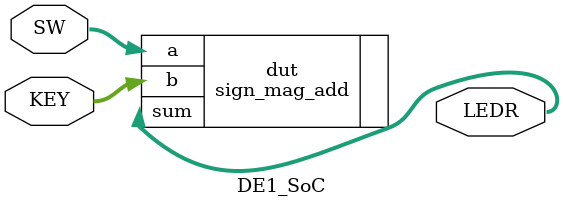
<source format=sv>
module DE1_SoC (
    input  logic [3:0] SW,     // SW[3:0] as input A
    input  logic [3:0] KEY,    // KEY[3:0] as input B
    output logic [3:0] LEDR    // output sum to LEDs
);

  // Instantiate your sign-mag adder
  sign_mag_add #(4) dut (
    .a(SW),     // SW inputs as operand A
    .b(KEY),    // KEY inputs as operand B
    .sum(LEDR)  // output to LEDs
  );

endmodule

</source>
